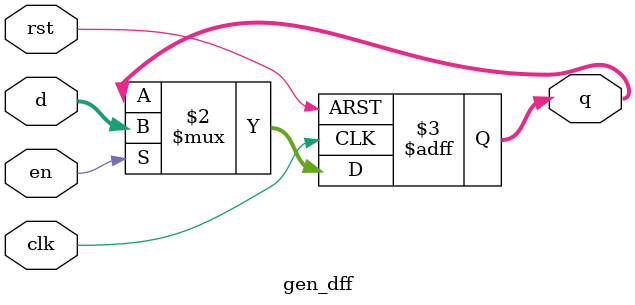
<source format=v>
`timescale 1ns / 1ps


module gen_dff #(parameter WIDTH=32)(
    input wire [WIDTH-1:0] d,
    output reg [WIDTH-1:0] q,
    input wire clk,
    input wire rst,
    input wire en
);

    always @(posedge clk or posedge rst)
        if(rst)
            q<=0;
        else
            q<=en ? d : q;
endmodule

</source>
